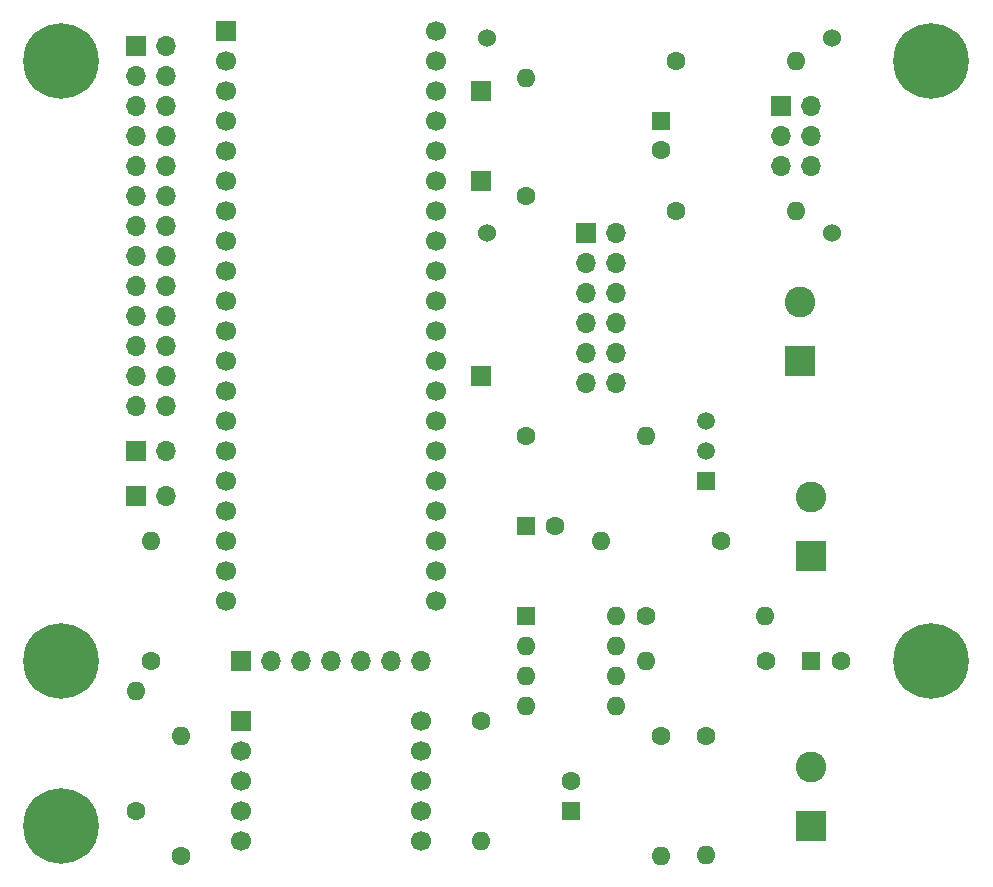
<source format=gbr>
%TF.GenerationSoftware,KiCad,Pcbnew,(6.0.6)*%
%TF.CreationDate,2022-06-29T20:31:09-07:00*%
%TF.ProjectId,project_brave_heart,70726f6a-6563-4745-9f62-726176655f68,rev?*%
%TF.SameCoordinates,Original*%
%TF.FileFunction,Soldermask,Bot*%
%TF.FilePolarity,Negative*%
%FSLAX46Y46*%
G04 Gerber Fmt 4.6, Leading zero omitted, Abs format (unit mm)*
G04 Created by KiCad (PCBNEW (6.0.6)) date 2022-06-29 20:31:09*
%MOMM*%
%LPD*%
G01*
G04 APERTURE LIST*
%ADD10C,1.600000*%
%ADD11O,1.600000X1.600000*%
%ADD12R,1.700000X1.700000*%
%ADD13O,1.700000X1.700000*%
%ADD14C,6.400000*%
%ADD15R,1.600000X1.600000*%
%ADD16R,2.600000X2.600000*%
%ADD17C,2.600000*%
%ADD18C,1.700000*%
%ADD19R,1.500000X1.500000*%
%ADD20C,1.500000*%
%ADD21C,0.800000*%
%ADD22C,1.524000*%
G04 APERTURE END LIST*
D10*
%TO.C,R9*%
X107995000Y-114240000D03*
D11*
X107995000Y-104080000D03*
%TD*%
D12*
%TO.C,J4*%
X144825000Y-78045000D03*
D13*
X147365000Y-78045000D03*
X144825000Y-80585000D03*
X147365000Y-80585000D03*
X144825000Y-83125000D03*
X147365000Y-83125000D03*
X144825000Y-85665000D03*
X147365000Y-85665000D03*
X144825000Y-88205000D03*
X147365000Y-88205000D03*
X144825000Y-90745000D03*
X147365000Y-90745000D03*
%TD*%
D10*
%TO.C,R10*%
X152445000Y-76140000D03*
D11*
X162605000Y-76140000D03*
%TD*%
D10*
%TO.C,R8*%
X152445000Y-63440000D03*
D11*
X162605000Y-63440000D03*
%TD*%
D12*
%TO.C,J10*%
X161330000Y-67265000D03*
D13*
X163870000Y-67265000D03*
X161330000Y-69805000D03*
X163870000Y-69805000D03*
X161330000Y-72345000D03*
X163870000Y-72345000D03*
%TD*%
D14*
%TO.C,H4*%
X100375000Y-114240000D03*
%TD*%
%TO.C,H3*%
X100375000Y-63440000D03*
%TD*%
%TO.C,H2*%
X174035000Y-114240000D03*
%TD*%
%TO.C,H1*%
X174035000Y-63440000D03*
%TD*%
D15*
%TO.C,C1*%
X143555000Y-126940000D03*
D10*
X143555000Y-124440000D03*
%TD*%
D16*
%TO.C,J7*%
X162865000Y-88840000D03*
D17*
X162865000Y-83840000D03*
%TD*%
D16*
%TO.C,J6*%
X163830000Y-105410000D03*
D17*
X163830000Y-100410000D03*
%TD*%
D15*
%TO.C,C3*%
X139700000Y-102870000D03*
D10*
X142200000Y-102870000D03*
%TD*%
%TO.C,R7*%
X139745000Y-95190000D03*
D11*
X149905000Y-95190000D03*
%TD*%
D12*
%TO.C,D2*%
X106725000Y-96460000D03*
D13*
X109265000Y-96460000D03*
%TD*%
D16*
%TO.C,J5*%
X163875000Y-128210000D03*
D17*
X163875000Y-123210000D03*
%TD*%
D12*
%TO.C,J8*%
X135935000Y-73600000D03*
%TD*%
D10*
%TO.C,R3*%
X106680000Y-127000000D03*
D11*
X106680000Y-116840000D03*
%TD*%
D10*
%TO.C,R1*%
X135935000Y-119380000D03*
D11*
X135935000Y-129540000D03*
%TD*%
D12*
%TO.C,DISP1*%
X115570000Y-114300000D03*
D13*
X118110000Y-114300000D03*
X120650000Y-114300000D03*
X123190000Y-114300000D03*
X125730000Y-114300000D03*
X128270000Y-114300000D03*
X130810000Y-114300000D03*
%TD*%
D10*
%TO.C,R5*%
X156255000Y-104080000D03*
D11*
X146095000Y-104080000D03*
%TD*%
D10*
%TO.C,R2*%
X110490000Y-130810000D03*
D11*
X110490000Y-120650000D03*
%TD*%
D12*
%TO.C,U1*%
X115570000Y-119380000D03*
D18*
X115570000Y-121920000D03*
X115570000Y-124460000D03*
X115570000Y-127000000D03*
X115570000Y-129540000D03*
X130810000Y-129540000D03*
X130810000Y-127000000D03*
X130810000Y-124460000D03*
X130810000Y-121920000D03*
X130810000Y-119380000D03*
%TD*%
D15*
%TO.C,C5*%
X163875000Y-114300000D03*
D10*
X166375000Y-114300000D03*
%TD*%
%TO.C,C2*%
X154940000Y-120650000D03*
D11*
X154940000Y-130650000D03*
%TD*%
D19*
%TO.C,Q1*%
X154985000Y-99000000D03*
D20*
X154985000Y-96460000D03*
X154985000Y-93920000D03*
%TD*%
D10*
%TO.C,C7*%
X139745000Y-74870000D03*
D11*
X139745000Y-64870000D03*
%TD*%
D21*
%TO.C,J2*%
X102072056Y-126512944D03*
D14*
X100375000Y-128210000D03*
D21*
X102072056Y-129907056D03*
X97975000Y-128210000D03*
X100375000Y-130610000D03*
X98677944Y-129907056D03*
X98677944Y-126512944D03*
X102775000Y-128210000D03*
X100375000Y-125810000D03*
%TD*%
D10*
%TO.C,R4*%
X151130000Y-120650000D03*
D11*
X151130000Y-130810000D03*
%TD*%
D15*
%TO.C,C6*%
X151175000Y-68520000D03*
D10*
X151175000Y-71020000D03*
%TD*%
D12*
%TO.C,J3*%
X135935000Y-90110000D03*
%TD*%
%TO.C,J1*%
X106680000Y-62170000D03*
D13*
X109220000Y-62170000D03*
X106680000Y-64710000D03*
X109220000Y-64710000D03*
X106680000Y-67250000D03*
X109220000Y-67250000D03*
X106680000Y-69790000D03*
X109220000Y-69790000D03*
X106680000Y-72330000D03*
X109220000Y-72330000D03*
X106680000Y-74870000D03*
X109220000Y-74870000D03*
X106680000Y-77410000D03*
X109220000Y-77410000D03*
X106680000Y-79950000D03*
X109220000Y-79950000D03*
X106680000Y-82490000D03*
X109220000Y-82490000D03*
X106680000Y-85030000D03*
X109220000Y-85030000D03*
X106680000Y-87570000D03*
X109220000Y-87570000D03*
X106680000Y-90110000D03*
X109220000Y-90110000D03*
X106680000Y-92650000D03*
X109220000Y-92650000D03*
%TD*%
D10*
%TO.C,R6*%
X160065000Y-114300000D03*
D11*
X149905000Y-114300000D03*
%TD*%
D12*
%TO.C,D1*%
X106725000Y-100270000D03*
D13*
X109265000Y-100270000D03*
%TD*%
D12*
%TO.C,U3*%
X114300000Y-60960000D03*
D18*
X114300000Y-63500000D03*
X114300000Y-66040000D03*
X114300000Y-68580000D03*
X114300000Y-71120000D03*
X114300000Y-73660000D03*
X114300000Y-76200000D03*
X114300000Y-78740000D03*
X114300000Y-81280000D03*
X114300000Y-83820000D03*
X114300000Y-86360000D03*
X114300000Y-88900000D03*
X114300000Y-91440000D03*
X114300000Y-93980000D03*
X114300000Y-96520000D03*
X114300000Y-99060000D03*
X114300000Y-101600000D03*
X114300000Y-104140000D03*
X114300000Y-106680000D03*
X114300000Y-109220000D03*
X132080000Y-109220000D03*
X132080000Y-106680000D03*
X132080000Y-104140000D03*
X132080000Y-101600000D03*
X132080000Y-99060000D03*
X132080000Y-96520000D03*
X132080000Y-93980000D03*
X132080000Y-91440000D03*
X132080000Y-88900000D03*
X132080000Y-86360000D03*
X132080000Y-83820000D03*
X132080000Y-81280000D03*
X132080000Y-78740000D03*
X132080000Y-76200000D03*
X132080000Y-73660000D03*
X132080000Y-71120000D03*
X132080000Y-68580000D03*
X132080000Y-66040000D03*
X132080000Y-63500000D03*
X132080000Y-60960000D03*
%TD*%
D15*
%TO.C,U2*%
X139745000Y-110430000D03*
D11*
X139745000Y-112970000D03*
X139745000Y-115510000D03*
X139745000Y-118050000D03*
X147365000Y-118050000D03*
X147365000Y-115510000D03*
X147365000Y-112970000D03*
X147365000Y-110430000D03*
%TD*%
D12*
%TO.C,J9*%
X135935000Y-65980000D03*
%TD*%
D10*
%TO.C,C4*%
X149905000Y-110490000D03*
D11*
X159905000Y-110490000D03*
%TD*%
D22*
%TO.C,MT1*%
X136430000Y-78010000D03*
X136430000Y-61500000D03*
X165640000Y-78010000D03*
X165640000Y-61500000D03*
%TD*%
M02*

</source>
